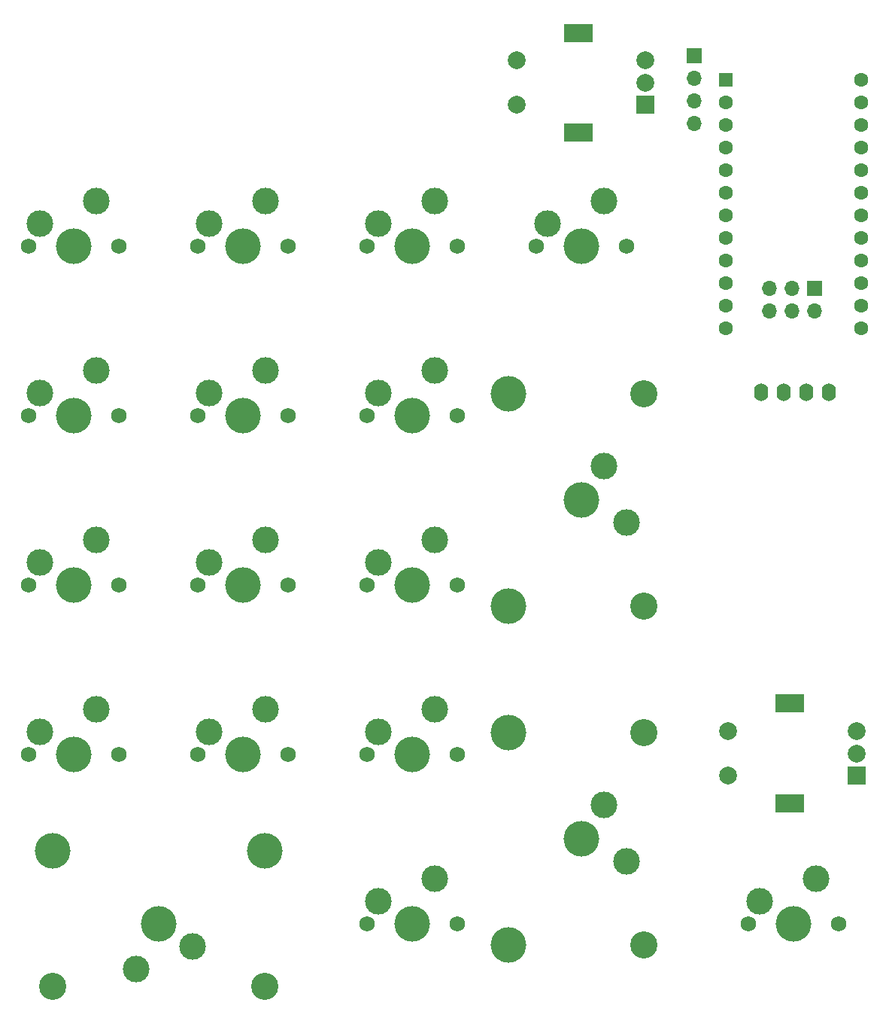
<source format=gbr>
%TF.GenerationSoftware,KiCad,Pcbnew,(5.1.10)-1*%
%TF.CreationDate,2021-11-21T17:13:44-05:00*%
%TF.ProjectId,numpad,6e756d70-6164-42e6-9b69-6361645f7063,rev?*%
%TF.SameCoordinates,Original*%
%TF.FileFunction,Soldermask,Top*%
%TF.FilePolarity,Negative*%
%FSLAX46Y46*%
G04 Gerber Fmt 4.6, Leading zero omitted, Abs format (unit mm)*
G04 Created by KiCad (PCBNEW (5.1.10)-1) date 2021-11-21 17:13:44*
%MOMM*%
%LPD*%
G01*
G04 APERTURE LIST*
%ADD10C,3.050000*%
%ADD11C,4.000000*%
%ADD12C,3.000000*%
%ADD13C,1.600000*%
%ADD14R,1.600000X1.600000*%
%ADD15C,1.750000*%
%ADD16O,1.700000X1.700000*%
%ADD17R,1.700000X1.700000*%
%ADD18R,2.000000X2.000000*%
%ADD19C,2.000000*%
%ADD20R,3.200000X2.000000*%
%ADD21O,1.600000X2.000000*%
G04 APERTURE END LIST*
D10*
%TO.C,MX17*%
X153040800Y-167503200D03*
D11*
X137800800Y-167503200D03*
X137800800Y-143627200D03*
D10*
X153040800Y-143627200D03*
D12*
X151120800Y-158105200D03*
X148580800Y-151755200D03*
D11*
X146040800Y-155565200D03*
%TD*%
D10*
%TO.C,MX11*%
X153040800Y-129405600D03*
D11*
X137800800Y-129405600D03*
X137800800Y-105529600D03*
D10*
X153040800Y-105529600D03*
D12*
X151120800Y-120007600D03*
X148580800Y-113657600D03*
D11*
X146040800Y-117467600D03*
%TD*%
D10*
%TO.C,MX15*%
X86480800Y-172089600D03*
D11*
X86480800Y-156849600D03*
X110356800Y-156849600D03*
D10*
X110356800Y-172089600D03*
D12*
X95878800Y-170169600D03*
X102228800Y-167629600D03*
D11*
X98418800Y-165089600D03*
%TD*%
D13*
%TO.C,U1*%
X177471800Y-70162200D03*
X177471800Y-72702200D03*
X177471800Y-75242200D03*
X177471800Y-77782200D03*
X177471800Y-80322200D03*
X177471800Y-82862200D03*
X177471800Y-85402200D03*
X177471800Y-87942200D03*
X177471800Y-90482200D03*
X177471800Y-93022200D03*
X177471800Y-95562200D03*
X177471800Y-98102200D03*
X162231800Y-98102200D03*
X162231800Y-95562200D03*
X162231800Y-93022200D03*
X162231800Y-90482200D03*
X162231800Y-87942200D03*
X162231800Y-85402200D03*
X162231800Y-82862200D03*
X162231800Y-80322200D03*
X162231800Y-77782200D03*
X162231800Y-75242200D03*
X162231800Y-72702200D03*
D14*
X162231800Y-70162200D03*
%TD*%
D12*
%TO.C,MX18*%
X172391800Y-160009600D03*
X166041800Y-162549600D03*
D15*
X174931800Y-165089600D03*
X164771800Y-165089600D03*
D11*
X169851800Y-165089600D03*
%TD*%
D12*
%TO.C,MX16*%
X129532000Y-160009600D03*
X123182000Y-162549600D03*
D15*
X132072000Y-165089600D03*
X121912000Y-165089600D03*
D11*
X126992000Y-165089600D03*
%TD*%
D12*
%TO.C,MX10*%
X129532000Y-121912000D03*
X123182000Y-124452000D03*
D15*
X132072000Y-126992000D03*
X121912000Y-126992000D03*
D11*
X126992000Y-126992000D03*
%TD*%
D12*
%TO.C,MX9*%
X110483200Y-121912000D03*
X104133200Y-124452000D03*
D15*
X113023200Y-126992000D03*
X102863200Y-126992000D03*
D11*
X107943200Y-126992000D03*
%TD*%
D12*
%TO.C,MX8*%
X91434400Y-121912000D03*
X85084400Y-124452000D03*
D15*
X93974400Y-126992000D03*
X83814400Y-126992000D03*
D11*
X88894400Y-126992000D03*
%TD*%
D12*
%TO.C,MX7*%
X148580800Y-83814400D03*
X142230800Y-86354400D03*
D15*
X151120800Y-88894400D03*
X140960800Y-88894400D03*
D11*
X146040800Y-88894400D03*
%TD*%
D12*
%TO.C,MX3*%
X129532000Y-83814400D03*
X123182000Y-86354400D03*
D15*
X132072000Y-88894400D03*
X121912000Y-88894400D03*
D11*
X126992000Y-88894400D03*
%TD*%
D12*
%TO.C,MX2*%
X110483200Y-83814400D03*
X104133200Y-86354400D03*
D15*
X113023200Y-88894400D03*
X102863200Y-88894400D03*
D11*
X107943200Y-88894400D03*
%TD*%
D12*
%TO.C,MX1*%
X91434400Y-83814400D03*
X85084400Y-86354400D03*
D15*
X93974400Y-88894400D03*
X83814400Y-88894400D03*
D11*
X88894400Y-88894400D03*
%TD*%
D12*
%TO.C,MX4*%
X91434400Y-102863200D03*
X85084400Y-105403200D03*
D15*
X93974400Y-107943200D03*
X83814400Y-107943200D03*
D11*
X88894400Y-107943200D03*
%TD*%
D12*
%TO.C,MX14*%
X129532000Y-140960800D03*
X123182000Y-143500800D03*
D15*
X132072000Y-146040800D03*
X121912000Y-146040800D03*
D11*
X126992000Y-146040800D03*
%TD*%
D12*
%TO.C,MX13*%
X110483200Y-140960800D03*
X104133200Y-143500800D03*
D15*
X113023200Y-146040800D03*
X102863200Y-146040800D03*
D11*
X107943200Y-146040800D03*
%TD*%
D12*
%TO.C,MX12*%
X91434400Y-140960800D03*
X85084400Y-143500800D03*
D15*
X93974400Y-146040800D03*
X83814400Y-146040800D03*
D11*
X88894400Y-146040800D03*
%TD*%
D12*
%TO.C,MX6*%
X129532000Y-102863200D03*
X123182000Y-105403200D03*
D15*
X132072000Y-107943200D03*
X121912000Y-107943200D03*
D11*
X126992000Y-107943200D03*
%TD*%
D12*
%TO.C,MX5*%
X110483200Y-102863200D03*
X104133200Y-105403200D03*
D15*
X113023200Y-107943200D03*
X102863200Y-107943200D03*
D11*
X107943200Y-107943200D03*
%TD*%
D16*
%TO.C,J2*%
X158740000Y-75084500D03*
X158740000Y-72544500D03*
X158740000Y-70004500D03*
D17*
X158740000Y-67464500D03*
%TD*%
D16*
%TO.C,J1*%
X167152900Y-96196600D03*
X167152900Y-93656600D03*
X169692900Y-96196600D03*
X169692900Y-93656600D03*
X172232900Y-96196600D03*
D17*
X172232900Y-93656600D03*
%TD*%
D18*
%TO.C,ROT2*%
X176995100Y-148421900D03*
D19*
X176995100Y-145921900D03*
X176995100Y-143421900D03*
D20*
X169495100Y-151521900D03*
X169495100Y-140321900D03*
D19*
X162495100Y-148421900D03*
X162495100Y-143421900D03*
%TD*%
D18*
%TO.C,ROT1*%
X153184100Y-73020400D03*
D19*
X153184100Y-70520400D03*
X153184100Y-68020400D03*
D20*
X145684100Y-76120400D03*
X145684100Y-64920400D03*
D19*
X138684100Y-73020400D03*
X138684100Y-68020400D03*
%TD*%
D21*
%TO.C,OLED1*%
X168771800Y-105280200D03*
X166231800Y-105280200D03*
X171311800Y-105280200D03*
X173851800Y-105280200D03*
%TD*%
M02*

</source>
